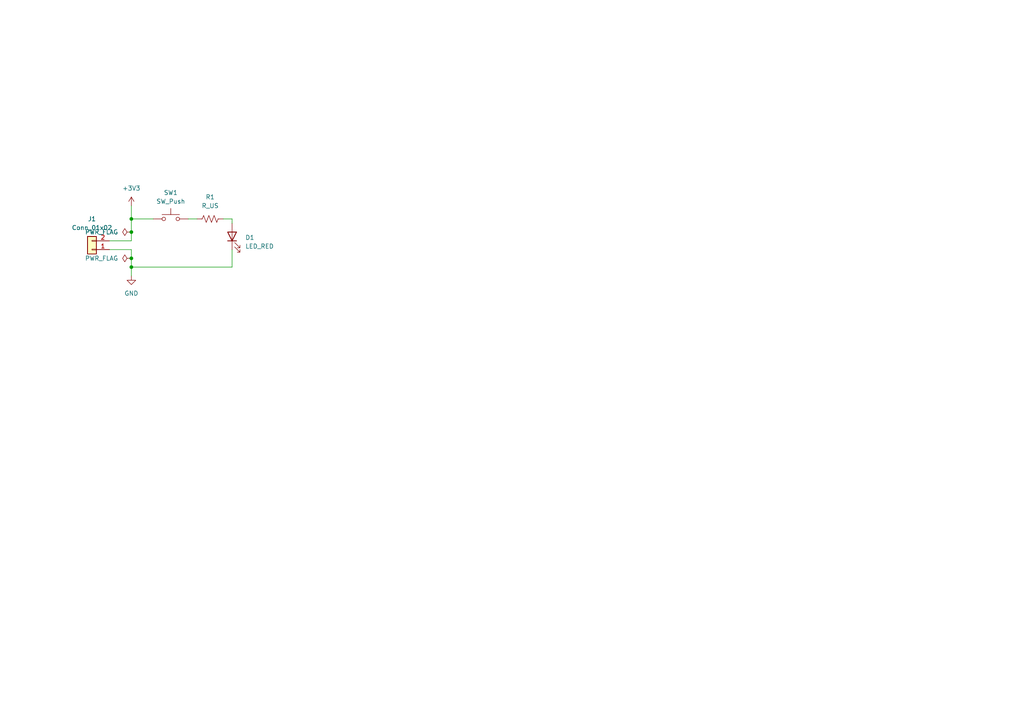
<source format=kicad_sch>
(kicad_sch (version 20231120) (generator "eeschema") (generator_version "8.0")
  (paper "A4")
  (title_block (title "Onboarding1"))
  (lib_symbols
    (symbol "Connector_Generic:Conn_01x02" (pin_names (offset 1.016) hide)
      (property "Reference" "J" (at 0 2.54 0))
      (property "Value" "Conn_01x02" (at 0 -5.08 0))
      (symbol "Conn_01x02_1_1"
        (rectangle (start -1.27 -2.413) (end 0 -2.667) (stroke (width 0.1524)))
        (rectangle (start -1.27 0.127) (end 0 -0.127) (stroke (width 0.1524)))
        (rectangle (start -1.27 1.27) (end 1.27 -3.81) (stroke (width 0.254)) (fill (type background)))
        (pin passive line (at -5.08 0 0) (length 3.81) (name "Pin_1") (number "1"))
        (pin passive line (at -5.08 -2.54 0) (length 3.81) (name "Pin_2") (number "2"))
      )
    )
    (symbol "Switch:SW_Push" (pin_numbers hide) (pin_names (offset 1.016) hide)
      (property "Reference" "SW" (at 1.27 2.54 0))
      (property "Value" "SW_Push" (at 0 -1.524 0))
      (symbol "SW_Push_0_1"
        (circle (center -2.032 0) (radius 0.508))
        (polyline (pts (xy 0 1.27) (xy 0 3.048)))
        (polyline (pts (xy 2.54 1.27) (xy -2.54 1.27)))
        (circle (center 2.032 0) (radius 0.508))
        (pin passive line (at -5.08 0 0) (length 2.54) (name "1") (number "1"))
        (pin passive line (at 5.08 0 180) (length 2.54) (name "2") (number "2"))
      )
    )
    (symbol "device:LED" (pin_numbers hide) (pin_names (offset 1.016) hide)
      (property "Reference" "D" (at 0 2.54 0))
      (property "Value" "LED" (at 0 -2.54 0))
      (symbol "LED_0_1"
        (polyline (pts (xy -1.27 -1.27) (xy -1.27 1.27)) (stroke (width 0.254)))
        (polyline (pts (xy -1.27 0) (xy 1.27 0)))
        (polyline (pts (xy 1.27 -1.27) (xy 1.27 1.27) (xy -1.27 0) (xy 1.27 -1.27)) (stroke (width 0.254)))
        (polyline (pts (xy -3.048 -0.762) (xy -4.572 -2.286) (xy -3.81 -2.286) (xy -4.572 -2.286) (xy -4.572 -1.524)))
        (polyline (pts (xy -1.778 -0.762) (xy -3.302 -2.286) (xy -2.54 -2.286) (xy -3.302 -2.286) (xy -3.302 -1.524)))
      )
      (symbol "LED_1_1"
        (pin passive line (at -3.81 0 0) (length 2.54) (name "K") (number "1"))
        (pin passive line (at 3.81 0 180) (length 2.54) (name "A") (number "2"))
      )
    )
    (symbol "device:R_US" (pin_numbers hide) (pin_names (offset 0))
      (property "Reference" "R" (at 2.54 0 90))
      (property "Value" "R_US" (at -2.54 0 90))
      (symbol "R_US_0_1"
        (polyline (pts (xy 0 -2.286) (xy 0 -2.54)))
        (polyline (pts (xy 0 2.286) (xy 0 2.54)))
        (polyline (pts (xy 0 -0.762) (xy 1.016 -1.143) (xy 0 -1.524) (xy -1.016 -1.905) (xy 0 -2.286)))
        (polyline (pts (xy 0 0.762) (xy 1.016 0.381) (xy 0 0) (xy -1.016 -0.381) (xy 0 -0.762)))
        (polyline (pts (xy 0 2.286) (xy 1.016 1.905) (xy 0 1.524) (xy -1.016 1.143) (xy 0 0.762)))
      )
      (symbol "R_US_1_1"
        (pin passive line (at 0 3.81 270) (length 1.27) (name "~") (number "1"))
        (pin passive line (at 0 -3.81 90) (length 1.27) (name "~") (number "2"))
      )
    )
    (symbol "power:+3V3" (power) (pin_names (offset 0))
      (property "Value" "+3V3" (at 0 3.556 0))
      (symbol "+3V3_0_1"
        (polyline (pts (xy -0.762 1.27) (xy 0 2.54)))
        (polyline (pts (xy 0 0) (xy 0 2.54)))
        (polyline (pts (xy 0 2.54) (xy 0.762 1.27)))
      )
      (symbol "+3V3_1_1"
        (pin power_in line (at 0 0 90) (length 0) hide (name "+3V3") (number "1"))
      )
    )
    (symbol "power:GND" (power) (pin_names (offset 0))
      (property "Value" "GND" (at 0 -3.81 0))
      (symbol "GND_0_1"
        (polyline (pts (xy 0 0) (xy 0 -1.27) (xy 1.27 -1.27) (xy 0 -2.54) (xy -1.27 -1.27) (xy 0 -1.27)))
      )
      (symbol "GND_1_1"
        (pin power_in line (at 0 0 270) (length 0) hide (name "GND") (number "1"))
      )
    )
    (symbol "power:PWR_FLAG" (power) (pin_numbers hide) (pin_names (offset 0) hide)
      (property "Value" "PWR_FLAG" (at 0 3.81 0))
      (symbol "PWR_FLAG_0_0"
        (pin power_out line (at 0 0 90) (length 0) (name "pwr") (number "1"))
      )
      (symbol "PWR_FLAG_0_1"
        (polyline (pts (xy 0 0) (xy 0 1.27) (xy -1.016 1.905) (xy 0 2.54) (xy 1.016 1.905) (xy 0 1.27)))
      )
    )
  )
  (junction (at 38.1 74.93))
  (junction (at 38.1 63.5))
  (junction (at 38.1 67.31))
  (junction (at 38.1 77.47))
  (wire (pts (xy 38.1 74.93) (xy 38.1 77.47)))
  (wire (pts (xy 67.31 77.47) (xy 38.1 77.47)))
  (wire (pts (xy 38.1 59.69) (xy 38.1 63.5)))
  (wire (pts (xy 54.61 63.5) (xy 57.15 63.5)))
  (wire (pts (xy 38.1 72.39) (xy 38.1 74.93)))
  (wire (pts (xy 38.1 77.47) (xy 38.1 80.01)))
  (wire (pts (xy 38.1 67.31) (xy 38.1 69.85)))
  (wire (pts (xy 31.75 69.85) (xy 38.1 69.85)))
  (wire (pts (xy 67.31 63.5) (xy 67.31 64.77)))
  (wire (pts (xy 31.75 72.39) (xy 38.1 72.39)))
  (wire (pts (xy 38.1 63.5) (xy 38.1 67.31)))
  (wire (pts (xy 38.1 63.5) (xy 44.45 63.5)))
  (wire (pts (xy 67.31 72.39) (xy 67.31 77.47)))
  (wire (pts (xy 64.77 63.5) (xy 67.31 63.5)))
  (symbol (lib_id "Switch:SW_Push") (at 49.53 63.5 0) (unit 1)
    (property "Reference" "SW1" (at 49.53 55.88 0))
    (property "Value" "SW_Push" (at 49.53 58.42 0))
    (property "Footprint" "Button_Switch_SMD:SW_DIP_SPSTx01_Slide_6.7x4.1mm_W8.61mm_P2.54mm_LowProfile" (effects (hide yes)))
    (property "Description" "Push button switch, generic, two pins" (effects (hide yes)))
  )
  (symbol (lib_id "device:R_US") (at 60.96 63.5 90) (unit 1)
    (property "Reference" "R1" (at 60.96 57.15 90))
    (property "Value" "R_US" (at 60.96 59.69 90))
    (property "Footprint" "Resistor_SMD:R_0603_1608Metric_Pad0.98x0.95mm_HandSolder" (effects (hide yes)))
    (property "Description" "Resistor, US symbol" (effects (hide yes)))
  )
  (symbol (lib_id "power:GND") (at 38.1 80.01 0) (unit 1)
    (property "Reference" "#PWR02" (effects (hide yes)))
    (property "Value" "GND" (at 38.1 85.09 0))
    (property "Description" "Power symbol creates a global label with name \"GND\" , ground" (effects (hide yes)))
  )
  (symbol (lib_id "power:PWR_FLAG") (at 38.1 74.93 90) (unit 1)
    (property "Reference" "#FLG01" (effects (hide yes)))
    (property "Value" "PWR_FLAG" (at 34.29 74.9299 90) (effects (justify left)))
    (property "Description" "Special symbol for telling ERC where power comes from" (effects (hide yes)))
  )
  (symbol (lib_id "Connector_Generic:Conn_01x02") (at 26.67 72.39 180) (unit 1)
    (property "Reference" "J1" (at 26.67 63.5 0))
    (property "Value" "Conn_01x02" (at 26.67 66.04 0))
    (property "Footprint" "Connector_Molex:Molex_KK-254_AE-6410-02A_1x02_P2.54mm_Vertical" (effects (hide yes)))
    (property "Description" "Generic connector, single row, 01x02, script generated (kicad-library-utils/schlib/autogen/connector/)" (effects (hide yes)))
  )
  (symbol (lib_id "power:+3V3") (at 38.1 59.69 0) (unit 1)
    (property "Reference" "#PWR01" (effects (hide yes)))
    (property "Value" "+3V3" (at 38.1 54.61 0))
    (property "Description" "Power symbol creates a global label with name \"+3V3\"" (effects (hide yes)))
  )
  (symbol (lib_id "power:PWR_FLAG") (at 38.1 67.31 90) (unit 1)
    (property "Reference" "#FLG02" (effects (hide yes)))
    (property "Value" "PWR_FLAG" (at 34.29 67.3099 90) (effects (justify left)))
    (property "Description" "Special symbol for telling ERC where power comes from" (effects (hide yes)))
  )
  (symbol (lib_id "device:LED") (at 67.31 68.58 90) (unit 1)
    (property "Reference" "D1" (at 71.12 68.8974 90) (effects (justify right)))
    (property "Value" "LED_RED" (at 71.12 71.4374 90) (effects (justify right)))
    (property "Footprint" "layout:LED_0603_Symbol_on_F.SilkS" (effects (hide yes)))
    (property "Description" "Light emitting diode" (effects (hide yes)))
  )
)
</source>
